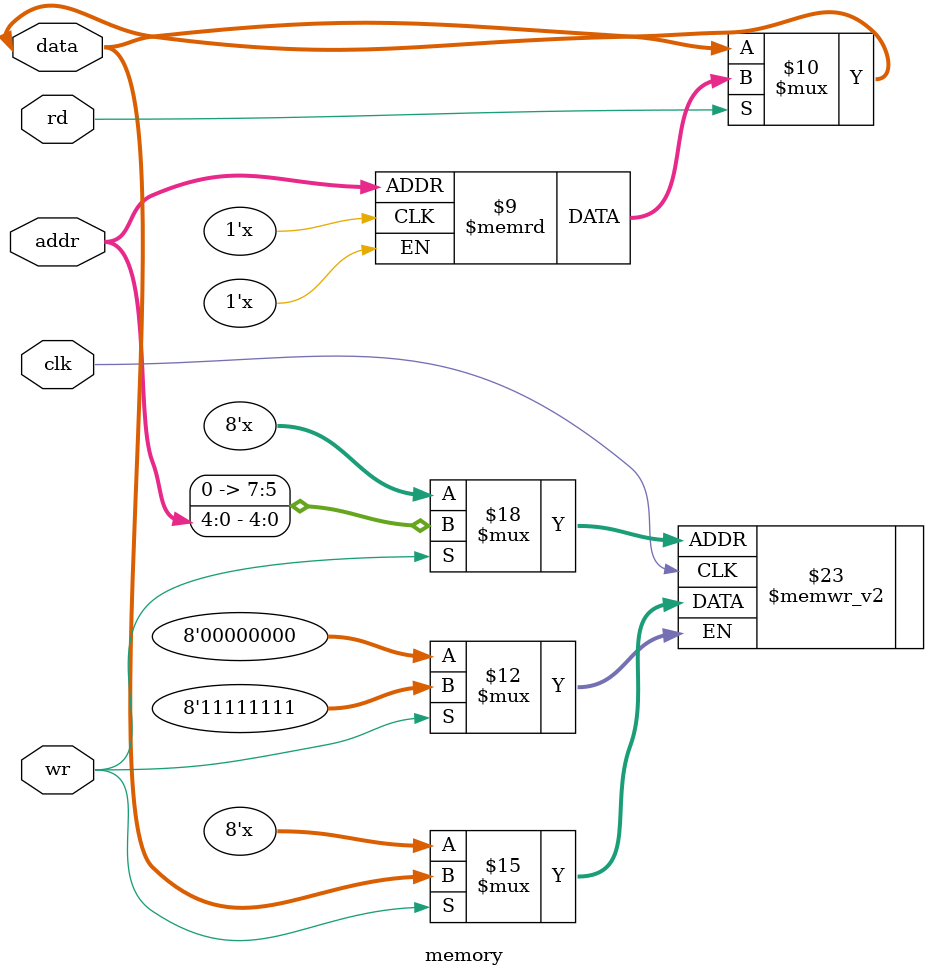
<source format=v>
`timescale 1ns / 1ps


module memory
    #(parameter AWIDTH = 5, DWIDTH = 8)
    (input wire [AWIDTH -1 :0] addr,
    input wire clk, rd, wr,
    inout [DWIDTH - 1 : 0] data
    );

reg [7:0] mem [0:255];

always @(posedge clk)
    begin
        if (wr)
        mem[addr] <= data;
    end

    assign data = rd ? mem[addr] : data;




endmodule

</source>
